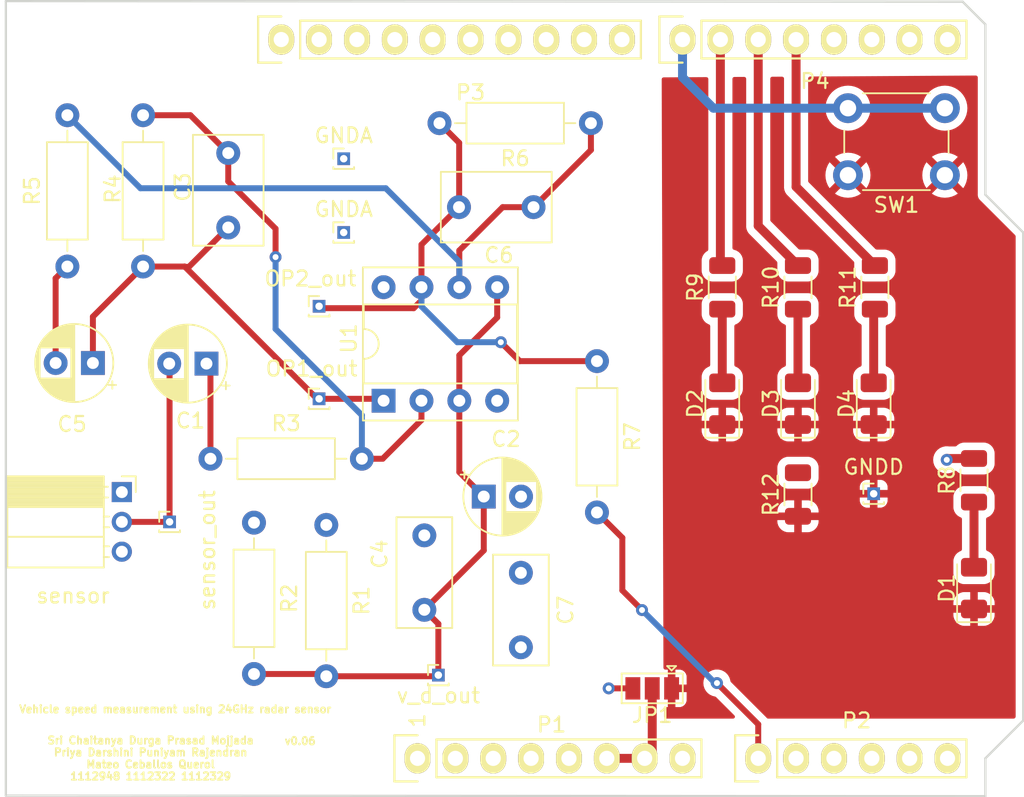
<source format=kicad_pcb>
(kicad_pcb (version 20211014) (generator pcbnew)
  (title_block (date "lun. 30 mars 2015") (rev "v0.04") (company "h_da") (comment 1 "Sri Chaitanya Durga Prasad Mojjada") (comment 2 "Priya Darshini Puniyam Rajendran") (comment 3 "Mateo Ceballos Querol"))
  (layers (0 "F.Cu" signal) (1 "In1.Cu" power "GND") (2 "In2.Cu" power "PWR") (31 "B.Cu" signal) (34 "B.Paste" user) (35 "F.Paste" user) (36 "B.SilkS" user "B.Silkscreen") (37 "F.SilkS" user "F.Silkscreen") (38 "B.Mask" user) (39 "F.Mask" user) (44 "Edge.Cuts" user))
  (net 0 "")
  (net 1 "/IOREF")
  (net 2 "/Reset")
  (net 3 "+5V")
  (net 4 "GND")
  (net 5 "/Vin")
  (net 6 "/A0")
  (net 7 "/A1")
  (net 8 "/A2")
  (net 9 "/A3")
  (net 10 "/AREF")
  (net 11 "/D13(SCK)")
  (net 12 "/D12(MISO)")
  (net 13 "/D11(**{slash}MOSI)")
  (net 14 "/D10(**{slash}SS)")
  (net 15 "/D9")
  (net 16 "/D8")
  (net 18 "/D7")
  (net 19 "/D6")
  (net 20 "/D5")
  (net 21 "/D4")
  (net 22 "/D3")
  (net 23 "/D2")
  (net 24 "/D1(Tx)")
  (net 25 "/D0(Rx)")
  (net 26 "GNDA")
  (net 27 "Net-(D2-Pad2)")
  (net 28 "Net-(D1-Pad2)")
  (net 29 "Net-(C6-Pad2)")
  (net 30 "Net-(C6-Pad1)")
  (net 31 "Net-(C5-Pad2)")
  (net 32 "Net-(C3-Pad1)")
  (net 33 "Net-(C3-Pad2)")
  (net 34 "Net-(C1-Pad1)")
  (net 35 "/v_cm")
  (net 36 "Net-(D3-Pad2)")
  (net 37 "Net-(D4-Pad2)")
  (net 38 "Net-(R12-Pad2)")
  (net 39 "/V_IN")
  (net 45 "GNDD")
  (footprint "Socket_Arduino_Uno:Socket_Strip_Arduino_1x08" (layer "F.Cu") (at 138.938 123.825)
    (fp_text reference "P1" (at 8.9916 -2.2606) (layer "F.SilkS"))
    (fp_text value "Power")
    (pad "1" thru_hole oval locked (at 0 0) (size 1.7272 2.032) (drill 1.016) (layers *.Cu *.Mask "F.SilkS"))
    (pad "2" thru_hole oval locked (at 2.54 0) (size 1.7272 2.032) (drill 1.016) (layers *.Cu *.Mask "F.SilkS") (net 1 "/IOREF"))
    (pad "3" thru_hole oval locked (at 5.08 0) (size 1.7272 2.032) (drill 1.016) (layers *.Cu *.Mask "F.SilkS") (net 2 "/Reset"))
    (pad "4" thru_hole oval locked (at 7.62 0) (size 1.7272 2.032) (drill 1.016) (layers *.Cu *.Mask "F.SilkS"))
    (pad "5" thru_hole oval locked (at 10.16 0) (size 1.7272 2.032) (drill 1.016) (layers *.Cu *.Mask "F.SilkS") (net 3 "+5V"))
    (pad "6" thru_hole oval locked (at 12.7 0) (size 1.7272 2.032) (drill 1.016) (layers *.Cu *.Mask "F.SilkS") (net 4 "GND"))
    (pad "7" thru_hole oval locked (at 15.24 0) (size 1.7272 2.032) (drill 1.016) (layers *.Cu *.Mask "F.SilkS") (net 4 "GND"))
    (pad "8" thru_hole oval locked (at 17.78 0) (size 1.7272 2.032) (drill 1.016) (layers *.Cu *.Mask "F.SilkS") (net 5 "/Vin"))
  )
  (footprint "Socket_Arduino_Uno:Socket_Strip_Arduino_1x06" (layer "F.Cu") (at 161.798 123.825)
    (fp_text reference "P2" (at 6.604 -2.54) (layer "F.SilkS"))
    (fp_text value "Analog")
    (pad "1" thru_hole oval locked (at 0 0) (size 1.7272 2.032) (drill 1.016) (layers *.Cu *.Mask "F.SilkS") (net 6 "/A0"))
    (pad "2" thru_hole oval locked (at 2.54 0) (size 1.7272 2.032) (drill 1.016) (layers *.Cu *.Mask "F.SilkS") (net 7 "/A1"))
    (pad "3" thru_hole oval locked (at 5.08 0) (size 1.7272 2.032) (drill 1.016) (layers *.Cu *.Mask "F.SilkS") (net 8 "/A2"))
    (pad "4" thru_hole oval locked (at 7.62 0) (size 1.7272 2.032) (drill 1.016) (layers *.Cu *.Mask "F.SilkS") (net 9 "/A3"))
    (pad "5" thru_hole oval locked (at 10.16 0) (size 1.7272 2.032) (drill 1.016) (layers *.Cu *.Mask "F.SilkS"))
    (pad "6" thru_hole oval locked (at 12.7 0) (size 1.7272 2.032) (drill 1.016) (layers *.Cu *.Mask "F.SilkS"))
  )
  (footprint "Socket_Arduino_Uno:Socket_Strip_Arduino_1x10" (layer "F.Cu") (at 129.794 75.565)
    (fp_text reference "P3" (at 12.7 3.556) (layer "F.SilkS"))
    (fp_text value "Digital")
    (pad "1" thru_hole oval locked (at 0 0) (size 1.7272 2.032) (drill 1.016) (layers *.Cu *.Mask "F.SilkS"))
    (pad "2" thru_hole oval locked (at 2.54 0) (size 1.7272 2.032) (drill 1.016) (layers *.Cu *.Mask "F.SilkS"))
    (pad "3" thru_hole oval locked (at 5.08 0) (size 1.7272 2.032) (drill 1.016) (layers *.Cu *.Mask "F.SilkS") (net 10 "/AREF"))
    (pad "4" thru_hole oval locked (at 7.62 0) (size 1.7272 2.032) (drill 1.016) (layers *.Cu *.Mask "F.SilkS"))
    (pad "5" thru_hole oval locked (at 10.16 0) (size 1.7272 2.032) (drill 1.016) (layers *.Cu *.Mask "F.SilkS") (net 11 "/D13(SCK)"))
    (pad "6" thru_hole oval locked (at 12.7 0) (size 1.7272 2.032) (drill 1.016) (layers *.Cu *.Mask "F.SilkS") (net 12 "/D12(MISO)"))
    (pad "7" thru_hole oval locked (at 15.24 0) (size 1.7272 2.032) (drill 1.016) (layers *.Cu *.Mask "F.SilkS") (net 13 "/D11(**{slash}MOSI)"))
    (pad "8" thru_hole oval locked (at 17.78 0) (size 1.7272 2.032) (drill 1.016) (layers *.Cu *.Mask "F.SilkS") (net 14 "/D10(**{slash}SS)"))
    (pad "9" thru_hole oval locked (at 20.32 0) (size 1.7272 2.032) (drill 1.016) (layers *.Cu *.Mask "F.SilkS") (net 15 "/D9"))
    (pad "10" thru_hole oval locked (at 22.86 0) (size 1.7272 2.032) (drill 1.016) (layers *.Cu *.Mask "F.SilkS") (net 16 "/D8"))
  )
  (footprint "Socket_Arduino_Uno:Socket_Strip_Arduino_1x08" (layer "F.Cu") (at 156.718 75.565)
    (fp_text reference "P4" (at 8.89 2.794) (layer "F.SilkS"))
    (fp_text value "Digital")
    (pad "1" thru_hole oval locked (at 0 0) (size 1.7272 2.032) (drill 1.016) (layers *.Cu *.Mask "F.SilkS") (net 18 "/D7"))
    (pad "2" thru_hole oval locked (at 2.54 0) (size 1.7272 2.032) (drill 1.016) (layers *.Cu *.Mask "F.SilkS") (net 19 "/D6"))
    (pad "3" thru_hole oval locked (at 5.08 0) (size 1.7272 2.032) (drill 1.016) (layers *.Cu *.Mask "F.SilkS") (net 20 "/D5"))
    (pad "4" thru_hole oval locked (at 7.62 0) (size 1.7272 2.032) (drill 1.016) (layers *.Cu *.Mask "F.SilkS") (net 21 "/D4"))
    (pad "5" thru_hole oval locked (at 10.16 0) (size 1.7272 2.032) (drill 1.016) (layers *.Cu *.Mask "F.SilkS") (net 22 "/D3"))
    (pad "6" thru_hole oval locked (at 12.7 0) (size 1.7272 2.032) (drill 1.016) (layers *.Cu *.Mask "F.SilkS") (net 23 "/D2"))
    (pad "7" thru_hole oval locked (at 15.24 0) (size 1.7272 2.032) (drill 1.016) (layers *.Cu *.Mask "F.SilkS") (net 24 "/D1(Tx)"))
    (pad "8" thru_hole oval locked (at 17.78 0) (size 1.7272 2.032) (drill 1.016) (layers *.Cu *.Mask "F.SilkS") (net 25 "/D0(Rx)"))
  )
  (footprint "Resistor_THT:R_Axial_DIN0207_L6.3mm_D2.5mm_P10.16mm_Horizontal" (layer "F.Cu") (at 150.5712 81.1784 180)
    (fp_text reference "R6" (at 5.08 -2.37) (layer "F.SilkS"))
    (fp_text value "100k")
    (pad "1" thru_hole circle (at 0 0 180) (size 1.6 1.6) (drill 0.8) (layers *.Cu *.Mask) (net 30 "Net-(C6-Pad1)"))
    (pad "2" thru_hole oval (at 10.16 0 180) (size 1.6 1.6) (drill 0.8) (layers *.Cu *.Mask) (net 29 "Net-(C6-Pad2)"))
  )
  (footprint "LED_SMD:LED_1206_3216Metric" (layer "F.Cu") (at 169.545 100.0145 90)
    (fp_text reference "D4" (at 0 -1.82 90) (layer "F.SilkS"))
    (fp_text value "Green LED")
    (pad "1" smd roundrect locked (at -1.4 0 90) (size 1.25 1.75) (layers "F.Cu" "F.Paste" "F.Mask") (roundrect_rratio 0.2) (net 45 "GNDD"))
    (pad "2" smd roundrect locked (at 1.4 0 90) (size 1.25 1.75) (layers "F.Cu" "F.Paste" "F.Mask") (roundrect_rratio 0.2) (net 37 "Net-(D4-Pad2)"))
  )
  (footprint "Jumper:SolderJumper-3_P1.3mm_Open_Pad1.0x1.5mm" (layer "F.Cu") (at 154.686 119.126 180)
    (fp_text reference "JP1" (at 0 -1.8) (layer "F.SilkS"))
    (fp_text value "SolderJumper")
    (pad "1" smd rect (at -1.3 0 180) (size 1 1.5) (layers "F.Cu" "F.Mask") (net 45 "GNDD"))
    (pad "2" smd rect (at 0 0 180) (size 1 1.5) (layers "F.Cu" "F.Mask") (net 4 "GND"))
    (pad "3" smd rect (at 1.3 0 180) (size 1 1.5) (layers "F.Cu" "F.Mask") (net 26 "GNDA"))
  )
  (footprint "Resistor_THT:R_Axial_DIN0207_L6.3mm_D2.5mm_P10.16mm_Horizontal" (layer "F.Cu") (at 115.443 90.805 90)
    (fp_text reference "R5" (at 5.08 -2.37 90) (layer "F.SilkS"))
    (fp_text value "33k")
    (pad "1" thru_hole circle (at 0 0 90) (size 1.6 1.6) (drill 0.8) (layers *.Cu *.Mask) (net 31 "Net-(C5-Pad2)"))
    (pad "2" thru_hole oval (at 10.16 0 90) (size 1.6 1.6) (drill 0.8) (layers *.Cu *.Mask) (net 30 "Net-(C6-Pad1)"))
  )
  (footprint "Resistor_THT:R_Axial_DIN0207_L6.3mm_D2.5mm_P10.16mm_Horizontal" (layer "F.Cu") (at 125.0442 103.7082)
    (fp_text reference "R3" (at 5.08 -2.37) (layer "F.SilkS"))
    (fp_text value "2.2k")
    (pad "1" thru_hole circle (at 0 0) (size 1.6 1.6) (drill 0.8) (layers *.Cu *.Mask) (net 34 "Net-(C1-Pad1)"))
    (pad "2" thru_hole oval (at 10.16 0) (size 1.6 1.6) (drill 0.8) (layers *.Cu *.Mask) (net 32 "Net-(C3-Pad1)"))
  )
  (footprint "Resistor_THT:R_Axial_DIN0207_L6.3mm_D2.5mm_P10.16mm_Horizontal" (layer "F.Cu") (at 132.8166 108.1532 -90)
    (fp_text reference "R1" (at 5.08 -2.37 -90) (layer "F.SilkS"))
    (fp_text value "1k")
    (pad "1" thru_hole circle (at 0 0 270) (size 1.6 1.6) (drill 0.8) (layers *.Cu *.Mask) (net 3 "+5V"))
    (pad "2" thru_hole oval (at 10.16 0 270) (size 1.6 1.6) (drill 0.8) (layers *.Cu *.Mask) (net 35 "/v_cm"))
  )
  (footprint "LED_SMD:LED_1206_3216Metric" (layer "F.Cu") (at 176.276 112.395 90)
    (fp_text reference "D1" (at 0 -1.82 90) (layer "F.SilkS"))
    (fp_text value "Red LED")
    (pad "1" smd roundrect locked (at -1.4 0 90) (size 1.25 1.75) (layers "F.Cu" "F.Paste" "F.Mask") (roundrect_rratio 0.2) (net 45 "GNDD"))
    (pad "2" smd roundrect locked (at 1.4 0 90) (size 1.25 1.75) (layers "F.Cu" "F.Paste" "F.Mask") (roundrect_rratio 0.2) (net 28 "Net-(D1-Pad2)"))
  )
  (footprint "Connector_PinHeader_1.00mm:PinHeader_1x01_P1.00mm_Vertical" (layer "F.Cu") (at 122.301 107.95)
    (fp_text reference "sensor_out" (at 2.54 1.905 90) (layer "F.SilkS"))
    (fp_text value "sensor_output")
    (pad "1" thru_hole rect (at 0 0) (size 0.85 0.85) (drill 0.5) (layers *.Cu *.Mask) (net 39 "/V_IN"))
  )
  (footprint "LED_SMD:LED_1206_3216Metric" (layer "F.Cu") (at 159.385 100.0145 90)
    (fp_text reference "D2" (at 0 -1.82 90) (layer "F.SilkS"))
    (fp_text value "Red LED")
    (pad "1" smd roundrect locked (at -1.4 0 90) (size 1.25 1.75) (layers "F.Cu" "F.Paste" "F.Mask") (roundrect_rratio 0.2) (net 45 "GNDD"))
    (pad "2" smd roundrect locked (at 1.4 0 90) (size 1.25 1.75) (layers "F.Cu" "F.Paste" "F.Mask") (roundrect_rratio 0.2) (net 27 "Net-(D2-Pad2)"))
  )
  (footprint "Capacitor_THT:CP_Radial_D5.0mm_P2.50mm" (layer "F.Cu") (at 143.383 106.2482)
    (fp_text reference "C2" (at 1.49 -3.86) (layer "F.SilkS"))
    (fp_text value "22u")
    (pad "1" thru_hole rect locked (at 0 0) (size 1.6 1.6) (drill 0.8) (layers *.Cu *.Mask) (net 35 "/v_cm"))
    (pad "2" thru_hole circle locked (at 2.5 0) (size 1.6 1.6) (drill 0.8) (layers *.Cu *.Mask) (net 26 "GNDA"))
  )
  (footprint "Capacitor_THT:C_Rect_L7.2mm_W3.5mm_P5.00mm_FKS2_FKP2_MKS2_MKP2" (layer "F.Cu") (at 139.3952 113.8536 90)
    (fp_text reference "C4" (at 3.7446 -2.9972 90) (layer "F.SilkS"))
    (fp_text value "100n")
    (pad "1" thru_hole circle locked (at 0 0 90) (size 1.6 1.6) (drill 0.8) (layers *.Cu *.Mask) (net 35 "/v_cm"))
    (pad "2" thru_hole circle locked (at 5 0 90) (size 1.6 1.6) (drill 0.8) (layers *.Cu *.Mask) (net 26 "GNDA"))
  )
  (footprint "Resistor_SMD:R_1206_3216Metric" (layer "F.Cu") (at 164.465 92.202 90)
    (fp_text reference "R10" (at 0 -1.82 90) (layer "F.SilkS"))
    (fp_text value "470")
    (pad "1" smd roundrect locked (at -1.4625 0 90) (size 1.125 1.75) (layers "F.Cu" "F.Paste" "F.Mask") (roundrect_rratio 0.2222222222) (net 36 "Net-(D3-Pad2)"))
    (pad "2" smd roundrect locked (at 1.4625 0 90) (size 1.125 1.75) (layers "F.Cu" "F.Paste" "F.Mask") (roundrect_rratio 0.2222222222) (net 20 "/D5"))
  )
  (footprint "Package_DIP:DIP-8_W7.62mm_Socket" (layer "F.Cu") (at 136.662 99.812 90)
    (fp_text reference "U1" (at 4.181 -2.33 90) (layer "F.SilkS"))
    (fp_text value "LMV358")
    (pad "1" thru_hole rect (at 0 0 90) (size 1.6 1.6) (drill 0.8) (layers *.Cu *.Mask) (net 33 "Net-(C3-Pad2)"))
    (pad "2" thru_hole oval (at 0 2.54 90) (size 1.6 1.6) (drill 0.8) (layers *.Cu *.Mask) (net 32 "Net-(C3-Pad1)"))
    (pad "3" thru_hole oval (at 0 5.08 90) (size 1.6 1.6) (drill 0.8) (layers *.Cu *.Mask) (net 35 "/v_cm"))
    (pad "4" thru_hole oval (at 0 7.62 90) (size 1.6 1.6) (drill 0.8) (layers *.Cu *.Mask) (net 26 "GNDA"))
    (pad "5" thru_hole oval (at 7.62 7.62 90) (size 1.6 1.6) (drill 0.8) (layers *.Cu *.Mask) (net 35 "/v_cm"))
    (pad "6" thru_hole oval (at 7.62 5.08 90) (size 1.6 1.6) (drill 0.8) (layers *.Cu *.Mask) (net 30 "Net-(C6-Pad1)"))
    (pad "7" thru_hole oval (at 7.62 2.54 90) (size 1.6 1.6) (drill 0.8) (layers *.Cu *.Mask) (net 29 "Net-(C6-Pad2)"))
    (pad "8" thru_hole oval (at 7.62 0 90) (size 1.6 1.6) (drill 0.8) (layers *.Cu *.Mask) (net 3 "+5V"))
  )
  (footprint "Button_Switch_THT:SW_PUSH_6mm_H5mm" (layer "F.Cu") (at 174.319 84.673 180)
    (fp_text reference "SW1" (at 3.25 -2) (layer "F.SilkS"))
    (fp_text value "SW_Push")
    (pad "1" thru_hole circle (at 0 0 270) (size 2 2) (drill 1.1) (layers *.Cu *.Mask) (net 45 "GNDD"))
    (pad "1" thru_hole circle (at 6.5 0 270) (size 2 2) (drill 1.1) (layers *.Cu *.Mask) (net 45 "GNDD"))
    (pad "2" thru_hole circle (at 6.5 4.5 270) (size 2 2) (drill 1.1) (layers *.Cu *.Mask) (net 18 "/D7"))
    (pad "2" thru_hole circle (at 0 4.5 270) (size 2 2) (drill 1.1) (layers *.Cu *.Mask) (net 18 "/D7"))
  )
  (footprint "LED_SMD:LED_1206_3216Metric" (layer "F.Cu") (at 164.465 100.0145 90)
    (fp_text reference "D3" (at 0 -1.82 90) (layer "F.SilkS"))
    (fp_text value "Yellow LED")
    (pad "1" smd roundrect locked (at -1.4 0 90) (size 1.25 1.75) (layers "F.Cu" "F.Paste" "F.Mask") (roundrect_rratio 0.2) (net 45 "GNDD"))
    (pad "2" smd roundrect locked (at 1.4 0 90) (size 1.25 1.75) (layers "F.Cu" "F.Paste" "F.Mask") (roundrect_rratio 0.2) (net 36 "Net-(D3-Pad2)"))
  )
  (footprint "Resistor_THT:R_Axial_DIN0207_L6.3mm_D2.5mm_P10.16mm_Horizontal" (layer "F.Cu") (at 150.9776 97.155 -90)
    (fp_text reference "R7" (at 5.08 -2.37 90) (layer "F.SilkS"))
    (fp_text value "100")
    (pad "1" thru_hole circle (at 0 0 270) (size 1.6 1.6) (drill 0.8) (layers *.Cu *.Mask) (net 29 "Net-(C6-Pad2)"))
    (pad "2" thru_hole oval (at 10.16 0 270) (size 1.6 1.6) (drill 0.8) (layers *.Cu *.Mask) (net 6 "/A0"))
  )
  (footprint "Connector_PinHeader_1.00mm:PinHeader_1x01_P1.00mm_Vertical" (layer "F.Cu") (at 133.985 83.566)
    (fp_text reference "GNDA" (at 0 -1.56) (layer "F.SilkS"))
    (fp_text value "GNDA")
    (pad "1" thru_hole rect (at 0 0) (size 0.85 0.85) (drill 0.5) (layers *.Cu *.Mask) (net 26 "GNDA"))
  )
  (footprint "Capacitor_THT:C_Rect_L7.2mm_W4.5mm_P5.00mm_FKS2_FKP2_MKS2_MKP2" (layer "F.Cu") (at 146.7212 86.8172 180)
    (fp_text reference "C6" (at 2.3222 -3.2258 180) (layer "F.SilkS"))
    (fp_text value "3.3n")
    (pad "1" thru_hole circle locked (at 0 0 180) (size 1.6 1.6) (drill 0.8) (layers *.Cu *.Mask) (net 30 "Net-(C6-Pad1)"))
    (pad "2" thru_hole circle locked (at 5 0 180) (size 1.6 1.6) (drill 0.8) (layers *.Cu *.Mask) (net 29 "Net-(C6-Pad2)"))
  )
  (footprint "Connector_PinHeader_1.00mm:PinHeader_1x01_P1.00mm_Vertical" (layer "F.Cu") (at 132.334 93.472)
    (fp_text reference "OP2_out" (at -0.5842 -1.8542) (layer "F.SilkS"))
    (fp_text value "OP2_output")
    (pad "1" thru_hole rect locked (at 0 0) (size 0.85 0.85) (drill 0.5) (layers *.Cu *.Mask) (net 29 "Net-(C6-Pad2)"))
  )
  (footprint "Capacitor_THT:CP_Radial_D5.0mm_P2.50mm" (layer "F.Cu") (at 124.776113 97.322 180)
    (fp_text reference "C1" (at 1.078113 -3.8305) (layer "F.SilkS"))
    (fp_text value "4.7u")
    (pad "1" thru_hole rect locked (at 0 0 180) (size 1.6 1.6) (drill 0.8) (layers *.Cu *.Mask) (net 34 "Net-(C1-Pad1)"))
    (pad "2" thru_hole circle locked (at 2.5 0 180) (size 1.6 1.6) (drill 0.8) (layers *.Cu *.Mask) (net 39 "/V_IN"))
  )
  (footprint "Resistor_SMD:R_1206_3216Metric" (layer "F.Cu") (at 169.625 92.202 90)
    (fp_text reference "R11" (at 0 -1.82 90) (layer "F.SilkS"))
    (fp_text value "470")
    (pad "1" smd roundrect locked (at -1.4625 0 90) (size 1.125 1.75) (layers "F.Cu" "F.Paste" "F.Mask") (roundrect_rratio 0.2222222222) (net 37 "Net-(D4-Pad2)"))
    (pad "2" smd roundrect locked (at 1.4625 0 90) (size 1.125 1.75) (layers "F.Cu" "F.Paste" "F.Mask") (roundrect_rratio 0.2222222222) (net 21 "/D4"))
  )
  (footprint "Resistor_SMD:R_1206_3216Metric" (layer "F.Cu") (at 159.385 92.202 90)
    (fp_text reference "R9" (at 0 -1.82 90) (layer "F.SilkS"))
    (fp_text value "470")
    (pad "1" smd roundrect locked (at -1.4625 0 90) (size 1.125 1.75) (layers "F.Cu" "F.Paste" "F.Mask") (roundrect_rratio 0.2222222222) (net 27 "Net-(D2-Pad2)"))
    (pad "2" smd roundrect locked (at 1.4625 0 90) (size 1.125 1.75) (layers "F.Cu" "F.Paste" "F.Mask") (roundrect_rratio 0.2222222222) (net 19 "/D6"))
  )
  (footprint "Capacitor_THT:CP_Radial_D5.0mm_P2.50mm" (layer "F.Cu") (at 117.156113 97.282 180)
    (fp_text reference "C5" (at 1.397 -4.104) (layer "F.SilkS"))
    (fp_text value "4.7u")
    (pad "1" thru_hole rect locked (at 0 0 180) (size 1.6 1.6) (drill 0.8) (layers *.Cu *.Mask) (net 33 "Net-(C3-Pad2)"))
    (pad "2" thru_hole circle locked (at 2.5 0 180) (size 1.6 1.6) (drill 0.8) (layers *.Cu *.Mask) (net 31 "Net-(C5-Pad2)"))
  )
  (footprint "Connector_PinSocket_2.00mm:PinSocket_1x03_P2.00mm_Horizontal" (layer "F.Cu") (at 119.0982 105.95)
    (fp_text reference "sensor" (at -3.2742 6.953) (layer "F.SilkS"))
    (fp_text value "data")
    (pad "1" thru_hole rect locked (at 0 0) (size 1.35 1.35) (drill 0.8) (layers *.Cu *.Mask) (net 26 "GNDA"))
    (pad "2" thru_hole oval locked (at 0 2) (size 1.35 1.35) (drill 0.8) (layers *.Cu *.Mask) (net 39 "/V_IN"))
    (pad "3" thru_hole oval locked (at 0 4) (size 1.35 1.35) (drill 0.8) (layers *.Cu *.Mask) (net 3 "+5V"))
  )
  (footprint "Capacitor_THT:C_Rect_L7.2mm_W3.5mm_P5.00mm_FKS2_FKP2_MKS2_MKP2" (layer "F.Cu") (at 145.8722 111.3682 -90)
    (fp_text reference "C7" (at 2.5 -3 -90) (layer "F.SilkS"))
    (fp_text value "100n")
    (pad "1" thru_hole circle locked (at 0 0 270) (size 1.6 1.6) (drill 0.8) (layers *.Cu *.Mask) (net 26 "GNDA"))
    (pad "2" thru_hole circle locked (at 5 0 270) (size 1.6 1.6) (drill 0.8) (layers *.Cu *.Mask) (net 3 "+5V"))
  )
  (footprint "Connector_PinHeader_1.00mm:PinHeader_1x01_P1.00mm_Vertical" (layer "F.Cu") (at 132.334 99.685)
    (fp_text reference "OP1_out" (at -0.508 -2.022) (layer "F.SilkS"))
    (fp_text value "OP1_output")
    (pad "1" thru_hole rect locked (at 0 0) (size 0.85 0.85) (drill 0.5) (layers *.Cu *.Mask) (net 33 "Net-(C3-Pad2)"))
  )
  (footprint "Resistor_THT:R_Axial_DIN0207_L6.3mm_D2.5mm_P10.16mm_Horizontal" (layer "F.Cu") (at 127.9652 108.0008 -90)
    (fp_text reference "R2" (at 5.08 -2.37 -90) (layer "F.SilkS"))
    (fp_text value "1k")
    (pad "1" thru_hole circle (at 0 0 270) (size 1.6 1.6) (drill 0.8) (layers *.Cu *.Mask) (net 26 "GNDA"))
    (pad "2" thru_hole oval (at 10.16 0 270) (size 1.6 1.6) (drill 0.8) (layers *.Cu *.Mask) (net 35 "/v_cm"))
  )
  (footprint "Connector_PinHeader_1.00mm:PinHeader_1x01_P1.00mm_Vertical" (layer "F.Cu") (at 140.335 118.237)
    (fp_text reference "v_d_out" (at 0 1.3716) (layer "F.SilkS"))
    (fp_text value "v_d_out")
    (pad "1" thru_hole rect (at 0 0) (size 0.85 0.85) (drill 0.5) (layers *.Cu *.Mask) (net 35 "/v_cm"))
  )
  (footprint "Connector_PinHeader_1.00mm:PinHeader_1x01_P1.00mm_Vertical" (layer "F.Cu") (at 169.545 106.0597)
    (fp_text reference "GNDD" (at 0 -1.7927) (layer "F.SilkS"))
    (fp_text value "GNDD")
    (pad "1" thru_hole rect (at 0 0) (size 0.85 0.85) (drill 0.5) (layers *.Cu *.Mask) (net 45 "GNDD"))
  )
  (footprint "Resistor_SMD:R_1206_3216Metric" (layer "F.Cu") (at 176.276 105.156 90)
    (fp_text reference "R8" (at 0 -1.82 90) (layer "F.SilkS"))
    (fp_text value "470")
    (pad "1" smd roundrect locked (at -1.4625 0 90) (size 1.125 1.75) (layers "F.Cu" "F.Paste" "F.Mask") (roundrect_rratio 0.2222222222) (net 28 "Net-(D1-Pad2)"))
    (pad "2" smd roundrect locked (at 1.4625 0 90) (size 1.125 1.75) (layers "F.Cu" "F.Paste" "F.Mask") (roundrect_rratio 0.2222222222) (net 3 "+5V"))
  )
  (footprint "Connector_PinHeader_1.00mm:PinHeader_1x01_P1.00mm_Vertical" (layer "F.Cu") (at 133.985 88.519)
    (fp_text reference "GNDA" (at 0 -1.56) (layer "F.SilkS"))
    (fp_text value "GNDA")
    (pad "1" thru_hole rect (at 0 0) (size 0.85 0.85) (drill 0.5) (layers *.Cu *.Mask) (net 26 "GNDA"))
  )
  (footprint "Resistor_SMD:R_1206_3216Metric" (layer "F.Cu") (at 164.465 106.1105 90)
    (fp_text reference "R12" (at 0 -1.82 90) (layer "F.SilkS"))
    (fp_text value "10k")
    (pad "1" smd roundrect locked (at -1.4625 0 90) (size 1.125 1.75) (layers "F.Cu" "F.Paste" "F.Mask") (roundrect_rratio 0.2222222222) (net 45 "GNDD"))
    (pad "2" smd roundrect locked (at 1.4625 0 90) (size 1.125 1.75) (layers "F.Cu" "F.Paste" "F.Mask") (roundrect_rratio 0.2222222222) (net 38 "Net-(R12-Pad2)"))
  )
  (footprint "Resistor_THT:R_Axial_DIN0207_L6.3mm_D2.5mm_P10.16mm_Horizontal" (layer "F.Cu") (at 120.523 80.645 -90)
    (fp_text reference "R4" (at 4.953 2.032 -90) (layer "F.SilkS"))
    (fp_text value "220k")
    (pad "1" thru_hole circle (at 0 0 270) (size 1.6 1.6) (drill 0.8) (layers *.Cu *.Mask) (net 32 "Net-(C3-Pad1)"))
    (pad "2" thru_hole oval (at 10.16 0 270) (size 1.6 1.6) (drill 0.8) (layers *.Cu *.Mask) (net 33 "Net-(C3-Pad2)"))
  )
  (footprint "Capacitor_THT:C_Rect_L7.2mm_W4.5mm_P5.00mm_FKS2_FKP2_MKS2_MKP2" (layer "F.Cu") (at 126.238 83.185 -90)
    (fp_text reference "C3" (at 2.286 3.048 -90) (layer "F.SilkS"))
    (fp_text value "1.5n")
    (pad "1" thru_hole circle locked (at 0 0 270) (size 1.6 1.6) (drill 0.8) (layers *.Cu *.Mask) (net 32 "Net-(C3-Pad1)"))
    (pad "2" thru_hole circle locked (at 5 0 270) (size 1.6 1.6) (drill 0.8) (layers *.Cu *.Mask) (net 33 "Net-(C3-Pad2)"))
  )
  (gr_line (start 179.578 88.519) (end 177.038 85.979) (layer "Edge.Cuts") (width 0.15))
  (gr_line (start 177.038 126.365) (end 177.038 123.825) (layer "Edge.Cuts") (width 0.15))
  (gr_line (start 177.038 74.549) (end 175.514 73.025) (layer "Edge.Cuts") (width 0.15))
  (gr_line (start 177.038 123.825) (end 179.578 121.285) (layer "Edge.Cuts") (width 0.15))
  (gr_line (start 111.3155 72.985) (end 111.3155 126.325) (layer "Edge.Cuts") (width 0.15))
  (gr_line (start 179.578 121.285) (end 179.578 88.519) (layer "Edge.Cuts") (width 0.15))
  (gr_line (start 111.3155 126.325) (end 177.038 126.365) (layer "Edge.Cuts") (width 0.15))
  (gr_line (start 175.514 73.025) (end 111.3155 72.985) (layer "Edge.Cuts") (width 0.15))
  (gr_line (start 177.038 85.979) (end 177.038 74.549) (layer "Edge.Cuts") (width 0.15))
  (gr_text "v0.06\n\n" (at 131.064 123.063) (layer "F.SilkS") (effects (font (size 0.5 0.5) (thickness 0.125))))
  (gr_text "Vehicle speed measurement using 24GHz radar sensor" (at 122.682 120.523) (layer "F.SilkS") (effects (font (size 0.5 0.5) (thickness 0.125))))
  (gr_text "1" (at 138.938 121.285 90) (layer "F.SilkS") (effects (font (size 1 1))))
  (gr_text "Sri Chaitanya Durga Prasad Mojjada\nPriya Darshini Puniyam Rajendran\nMateo Ceballos Querol\n1112948 1112322 1112329" (at 121.031 123.825) (layer "F.SilkS") (effects (font (size 0.5 0.5) (thickness 0.125))))
  (segment (start 174.5635 103.6935) (end 176.276 103.6935) (width 0.6) (layer "F.Cu") (net 3))
  (via (at 174.4472 103.7844) (size 0.8) (drill 0.4) (layers "F.Cu" "B.Cu") (net 3))
  (segment (start 151.638 123.825) (end 154.178 123.825) (width 0.6) (layer "F.Cu") (net 4))
  (segment (start 154.686 123.317) (end 154.178 123.825) (width 0.6) (layer "F.Cu") (net 4))
  (segment (start 154.686 119.126) (end 154.686 123.317) (width 0.6) (layer "F.Cu") (net 4))
  (segment (start 152.6794 112.5474) (end 154.0002 113.8682) (width 0.4) (layer "F.Cu") (net 6))
  (segment (start 152.6794 109.0168) (end 152.6794 112.5474) (width 0.4) (layer "F.Cu") (net 6))
  (segment (start 161.798 121.539) (end 159.0294 118.7704) (width 0.4) (layer "F.Cu") (net 6))
  (segment (start 150.9776 107.315) (end 152.6794 109.0168) (width 0.4) (layer "F.Cu") (net 6))
  (segment (start 161.798 121.539) (end 161.798 123.825) (width 0.4) (layer "F.Cu") (net 6))
  (via (at 159.0294 118.7704) (size 0.8) (drill 0.4) (layers "F.Cu" "B.Cu") (net 6))
  (via (at 154.0002 113.8682) (size 0.8) (drill 0.4) (layers "F.Cu" "B.Cu") (net 6))
  (segment (start 158.9024 118.7704) (end 159.0294 118.7704) (width 0.6) (layer "B.Cu") (net 6))
  (segment (start 154.0002 113.8682) (end 158.9024 118.7704) (width 0.4) (layer "B.Cu") (net 6))
  (segment (start 156.718 78.105) (end 158.786 80.173) (width 0.6) (layer "B.Cu") (net 18))
  (segment (start 156.718 75.565) (end 156.718 78.105) (width 0.6) (layer "B.Cu") (net 18))
  (segment (start 158.786 80.173) (end 167.819 80.173) (width 0.6) (layer "B.Cu") (net 18))
  (segment (start 174.319 80.173) (end 167.819 80.173) (width 0.6) (layer "B.Cu") (net 18))
  (segment (start 159.258 90.6125) (end 159.258 75.565) (width 0.6) (layer "F.Cu") (net 19))
  (segment (start 159.385 90.7395) (end 159.258 90.6125) (width 0.6) (layer "F.Cu") (net 19))
  (segment (start 161.798 75.565) (end 161.798 88.0725) (width 0.6) (layer "F.Cu") (net 20))
  (segment (start 161.798 88.0725) (end 164.465 90.7395) (width 0.6) (layer "F.Cu") (net 20))
  (segment (start 164.338 75.565) (end 164.338 85.4525) (width 0.6) (layer "F.Cu") (net 21))
  (segment (start 164.338 85.4525) (end 169.625 90.7395) (width 0.6) (layer "F.Cu") (net 21))
  (segment (start 151.765 119.126) (end 153.386 119.126) (width 0.4) (layer "F.Cu") (net 26))
  (via (at 151.765 119.126) (size 0.8) (drill 0.4) (layers "F.Cu" "B.Cu") (net 26))
  (segment (start 159.385 93.6645) (end 159.385 98.6145) (width 0.6) (layer "F.Cu") (net 27))
  (segment (start 176.276 110.995) (end 176.276 106.6185) (width 0.6) (layer "F.Cu") (net 28))
  (segment (start 139.202 93.081) (end 139.202 92.192) (width 0.4) (layer "F.Cu") (net 29))
  (segment (start 132.461 93.599) (end 138.684 93.599) (width 0.4) (layer "F.Cu") (net 29))
  (segment (start 138.684 93.599) (end 139.202 93.081) (width 0.4) (layer "F.Cu") (net 29))
  (segment (start 150.9776 97.155) (end 145.796 97.155) (width 0.4) (layer "F.Cu") (net 29))
  (segment (start 139.202 92.192) (end 139.202 89.3364) (width 0.4) (layer "F.Cu") (net 29))
  (segment (start 141.732 86.8064) (end 141.7212 86.8172) (width 0.4) (layer "F.Cu") (net 29))
  (segment (start 141.732 82.4992) (end 141.732 86.8064) (width 0.4) (layer "F.Cu") (net 29))
  (segment (start 132.334 93.472) (end 132.461 93.599) (width 0.4) (layer "F.Cu") (net 29))
  (segment (start 139.202 89.3364) (end 141.7212 86.8172) (width 0.4) (layer "F.Cu") (net 29))
  (segment (start 140.4112 81.1784) (end 141.732 82.4992) (width 0.4) (layer "F.Cu") (net 29))
  (segment (start 145.796 97.155) (end 144.526 95.885) (width 0.4) (layer "F.Cu") (net 29))
  (via (at 144.526 95.885) (size 0.8) (drill 0.4) (layers "F.Cu" "B.Cu") (net 29))
  (segment (start 144.526 95.885) (end 141.605 95.885) (width 0.4) (layer "B.Cu") (net 29))
  (segment (start 139.202 93.482) (end 139.202 92.192) (width 0.4) (layer "B.Cu") (net 29))
  (segment (start 141.605 95.885) (end 139.202 93.482) (width 0.4) (layer "B.Cu") (net 29))
  (segment (start 146.7212 86.8172) (end 146.7358 86.8172) (width 0.4) (layer "F.Cu") (net 30))
  (segment (start 150.5712 82.9818) (end 150.5712 81.1784) (width 0.4) (layer "F.Cu") (net 30))
  (segment (start 141.742 89.7282) (end 141.742 92.192) (width 0.4) (layer "F.Cu") (net 30))
  (segment (start 141.742 89.7282) (end 144.653 86.8172) (width 0.4) (layer "F.Cu") (net 30))
  (segment (start 146.7358 86.8172) (end 150.5712 82.9818) (width 0.4) (layer "F.Cu") (net 30))
  (segment (start 144.653 86.8172) (end 146.7212 86.8172) (width 0.4) (layer "F.Cu") (net 30))
  (segment (start 141.742 90.4848) (end 141.742 92.192) (width 0.4) (layer "B.Cu") (net 30))
  (segment (start 115.443 80.645) (end 120.3452 85.5472) (width 0.4) (layer "B.Cu") (net 30))
  (segment (start 120.3452 85.5472) (end 136.8044 85.5472) (width 0.4) (layer "B.Cu") (net 30))
  (segment (start 136.8044 85.5472) (end 141.742 90.4848) (width 0.4) (layer "B.Cu") (net 30))
  (segment (start 114.656113 97.282) (end 114.656113 91.591887) (width 0.4) (layer "F.Cu") (net 31))
  (segment (start 114.656113 91.591887) (end 115.443 90.805) (width 0.4) (layer "F.Cu") (net 31))
  (segment (start 136.6012 103.7082) (end 139.202 101.1074) (width 0.4) (layer "F.Cu") (net 32))
  (segment (start 139.202 101.1074) (end 139.202 99.812) (width 0.4) (layer "F.Cu") (net 32))
  (segment (start 123.698 80.645) (end 126.238 83.185) (width 0.4) (layer "F.Cu") (net 32))
  (segment (start 135.2042 103.7082) (end 136.6012 103.7082) (width 0.4) (layer "F.Cu") (net 32))
  (segment (start 129.413 90.17) (end 129.413 88.265) (width 0.4) (layer "F.Cu") (net 32))
  (segment (start 126.238 85.09) (end 126.238 83.185) (width 0.4) (layer "F.Cu") (net 32))
  (segment (start 129.413 88.265) (end 126.238 85.09) (width 0.4) (layer "F.Cu") (net 32))
  (segment (start 120.523 80.645) (end 123.698 80.645) (width 0.4) (layer "F.Cu") (net 32))
  (via (at 129.413 90.17) (size 0.8) (drill 0.4) (layers "F.Cu" "B.Cu") (net 32))
  (segment (start 129.413 94.996) (end 135.2042 100.7872) (width 0.4) (layer "B.Cu") (net 32))
  (segment (start 129.413 90.17) (end 129.413 94.996) (width 0.4) (layer "B.Cu") (net 32))
  (segment (start 135.2042 100.7872) (end 135.2042 103.7082) (width 0.4) (layer "B.Cu") (net 32))
  (segment (start 132.334 99.685) (end 136.535 99.685) (width 0.4) (layer "F.Cu") (net 33))
  (segment (start 132.334 99.685) (end 132.197 99.685) (width 0.4) (layer "F.Cu") (net 33))
  (segment (start 136.535 99.685) (end 136.662 99.812) (width 0.4) (layer "F.Cu") (net 33))
  (segment (start 132.197 99.685) (end 123.3424 90.8304) (width 0.4) (layer "F.Cu") (net 33))
  (segment (start 117.156113 97.282) (end 117.156113 94.171887) (width 0.4) (layer "F.Cu") (net 33))
  (segment (start 123.5926 90.8304) (end 126.238 88.185) (width 0.4) (layer "F.Cu") (net 33))
  (segment (start 117.156113 94.171887) (end 120.523 90.805) (width 0.4) (layer "F.Cu") (net 33))
  (segment (start 123.3424 90.8304) (end 123.5926 90.8304) (width 0.4) (layer "F.Cu") (net 33))
  (segment (start 120.523 90.805) (end 123.317 90.805) (width 0.4) (layer "F.Cu") (net 33))
  (segment (start 123.317 90.805) (end 123.3424 90.8304) (width 0.4) (layer "F.Cu") (net 33))
  (segment (start 125.0442 97.590087) (end 124.776113 97.322) (width 0.4) (layer "F.Cu") (net 34))
  (segment (start 125.0442 103.7082) (end 125.0442 97.590087) (width 0.4) (layer "F.Cu") (net 34))
  (segment (start 141.742 99.812) (end 141.742 96.764) (width 0.4) (layer "F.Cu") (net 35))
  (segment (start 141.742 96.764) (end 144.282 94.224) (width 0.4) (layer "F.Cu") (net 35))
  (segment (start 143.383 109.8658) (end 139.3952 113.8536) (width 0.4) (layer "F.Cu") (net 35))
  (segment (start 141.742 99.812) (end 141.742 104.6072) (width 0.4) (layer "F.Cu") (net 35))
  (segment (start 140.335 114.7934) (end 139.3952 113.8536) (width 0.4) (layer "F.Cu") (net 35))
  (segment (start 141.742 104.6072) (end 143.383 106.2482) (width 0.4) (layer "F.Cu") (net 35))
  (segment (start 143.383 106.2482) (end 143.383 109.8658) (width 0.4) (layer "F.Cu") (net 35))
  (segment (start 144.282 94.224) (end 144.282 92.192) (width 0.4) (layer "F.Cu") (net 35))
  (segment (start 140.335 118.237) (end 140.2588 118.3132) (width 0.4) (layer "F.Cu") (net 35))
  (segment (start 140.335 118.237) (end 140.335 114.7934) (width 0.4) (layer "F.Cu") (net 35))
  (segment (start 140.2588 118.3132) (end 132.8166 118.3132) (width 0.4) (layer "F.Cu") (net 35))
  (segment (start 127.9652 118.1608) (end 132.6642 118.1608) (width 0.4) (layer "F.Cu") (net 35))
  (segment (start 132.6642 118.1608) (end 132.8166 118.3132) (width 0.4) (layer "F.Cu") (net 35))
  (segment (start 164.465 93.6645) (end 164.465 98.6145) (width 0.6) (layer "F.Cu") (net 36))
  (segment (start 169.545 93.7445) (end 169.545 98.6145) (width 0.6) (layer "F.Cu") (net 37))
  (segment (start 169.625 93.6645) (end 169.545 93.7445) (width 0.6) (layer "F.Cu") (net 37))
  (segment (start 122.301 107.95) (end 122.301 97.346887) (width 0.4) (layer "F.Cu") (net 39))
  (segment (start 122.301 97.346887) (end 122.276113 97.322) (width 0.2) (layer "F.Cu") (net 39))
  (segment (start 119.0982 107.95) (end 122.301 107.95) (width 0.4) (layer "F.Cu") (net 39))
  (zone (net 45) (net_name "GNDD") (layer "F.Cu") (connect_pads (clearance 0.508)) (min_thickness 0.254) (fill yes (thermal_gap 0.508) (thermal_bridge_width 0.508))
    (polygon (pts (xy 177.038 85.979) (xy 179.578 88.519) (xy 179.578 121.158) (xy 177.038 121.158) (xy 177.038 121.158) (xy 155.448 121.158) (xy 155.448 121.158) (xy 155.321 78.105) (xy 177.038 77.978)))
  )
)
</source>
